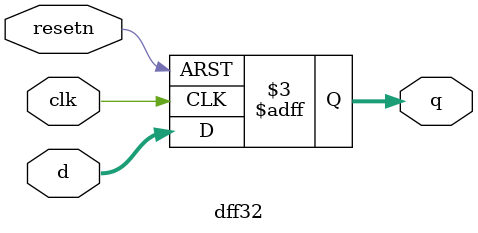
<source format=v>
`default_nettype none

module dff32 (
    input [31: 0] d,
    input clk,
    input resetn,
    output reg [31: 0] q
);
    // 一个四位 D Flip Flop

    always @ (negedge resetn or posedge clk)
    begin
        if (resetn == 0) 
            // q <=0;
            q <= -4;
        else 
            q <= d;
    end

endmodule
</source>
